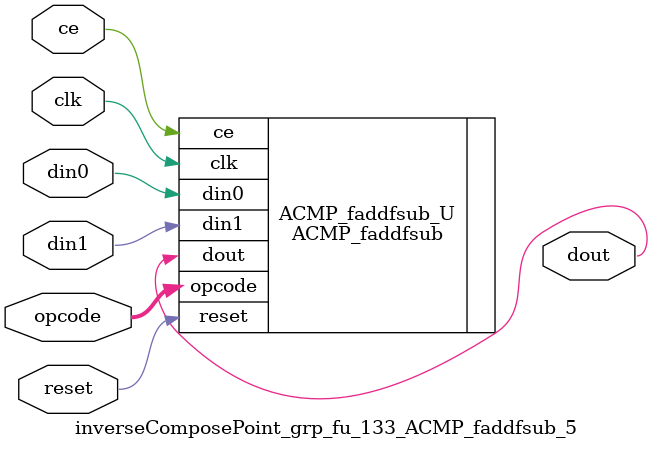
<source format=v>

`timescale 1 ns / 1 ps
module inverseComposePoint_grp_fu_133_ACMP_faddfsub_5(
    clk,
    reset,
    ce,
    din0,
    din1,
    opcode,
    dout);

parameter ID = 32'd1;
parameter NUM_STAGE = 32'd1;
parameter din0_WIDTH = 32'd1;
parameter din1_WIDTH = 32'd1;
parameter dout_WIDTH = 32'd1;
input clk;
input reset;
input ce;
input[din0_WIDTH - 1:0] din0;
input[din1_WIDTH - 1:0] din1;
input[2 - 1:0] opcode;
output[dout_WIDTH - 1:0] dout;



ACMP_faddfsub #(
.ID( ID ),
.NUM_STAGE( 4 ),
.din0_WIDTH( din0_WIDTH ),
.din1_WIDTH( din1_WIDTH ),
.dout_WIDTH( dout_WIDTH ))
ACMP_faddfsub_U(
    .clk( clk ),
    .reset( reset ),
    .ce( ce ),
    .din0( din0 ),
    .din1( din1 ),
    .dout( dout ),
    .opcode( opcode ));

endmodule

</source>
